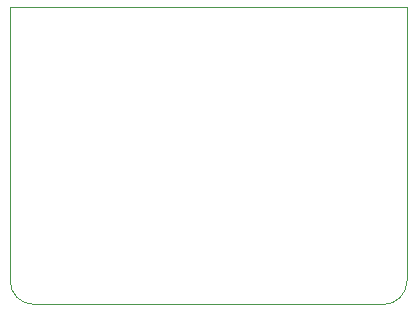
<source format=gko>
G04*
G04 #@! TF.GenerationSoftware,Altium Limited,Altium Designer,20.1.10 (176)*
G04*
G04 Layer_Color=16711935*
%FSLAX25Y25*%
%MOIN*%
G70*
G04*
G04 #@! TF.SameCoordinates,C4499B9A-1E71-4EDD-A5B7-EE233C105FA9*
G04*
G04*
G04 #@! TF.FilePolarity,Positive*
G04*
G01*
G75*
%ADD51C,0.00050*%
D51*
X0Y7998D02*
G03*
X7998Y0I7998J0D01*
G01*
X124396D02*
G03*
X132394Y7998I0J7998D01*
G01*
X0D02*
Y99000D01*
X132394D01*
X7998Y0D02*
X124396D01*
X132394Y7998D02*
Y99000D01*
M02*

</source>
